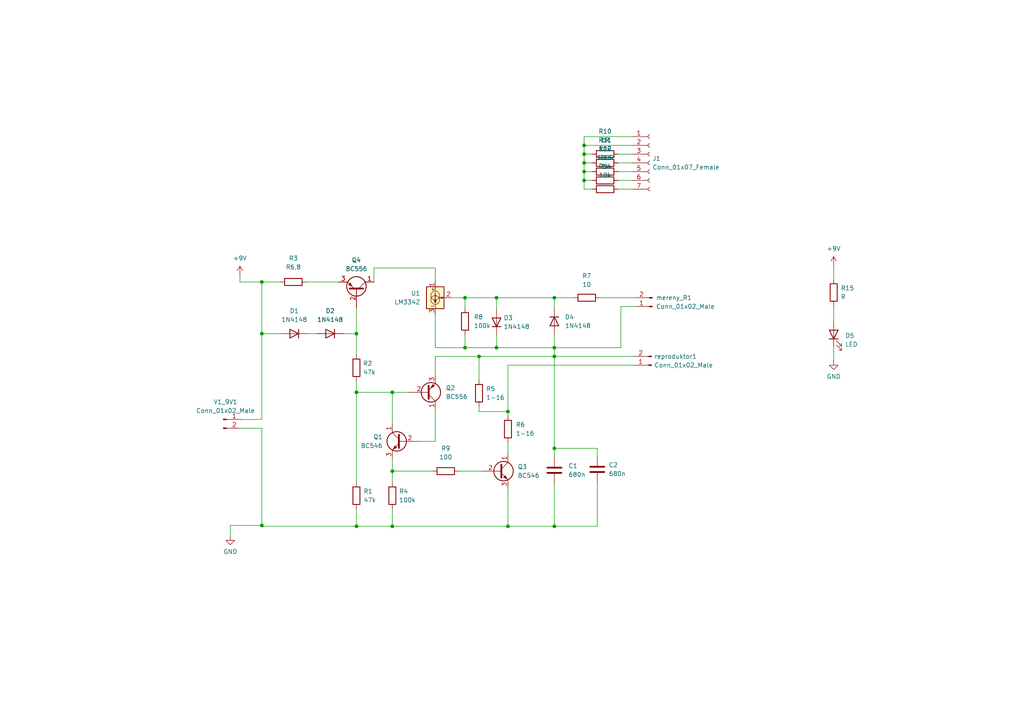
<source format=kicad_sch>
(kicad_sch (version 20211123) (generator eeschema)
  (paper "A4")
  (lib_symbols
    (symbol "Connector:Conn_01x02_Male" (pin_names (offset 1.016) hide)
      (property "Reference" "J" (at 0 2.54 0))
      (property "Value" "Conn_01x02_Male" (at 0 -5.08 0))
      (symbol "Conn_01x02_Male_1_1"
        (polyline (pts (xy 1.27 -2.54) (xy 0.8636 -2.54)) (stroke (width 0.1524)))
        (polyline (pts (xy 1.27 0) (xy 0.8636 0)) (stroke (width 0.1524)))
        (rectangle (start 0.8636 -2.413) (end 0 -2.667) (stroke (width 0.1524)) (fill (type outline)))
        (rectangle (start 0.8636 0.127) (end 0 -0.127) (stroke (width 0.1524)) (fill (type outline)))
        (pin passive line (at 5.08 0 180) (length 3.81) (name "Pin_1") (number "1"))
        (pin passive line (at 5.08 -2.54 180) (length 3.81) (name "Pin_2") (number "2"))
      )
    )
    (symbol "Connector:Conn_01x07_Female" (pin_names (offset 1.016) hide)
      (property "Reference" "J" (at 0 10.16 0))
      (property "Value" "Conn_01x07_Female" (at 0 -10.16 0))
      (symbol "Conn_01x07_Female_1_1"
        (arc (start 0 -7.112) (mid -0.508 -7.62) (end 0 -8.128) (stroke (width 0.1524)))
        (arc (start 0 -4.572) (mid -0.508 -5.08) (end 0 -5.588) (stroke (width 0.1524)))
        (arc (start 0 -2.032) (mid -0.508 -2.54) (end 0 -3.048) (stroke (width 0.1524)))
        (polyline (pts (xy -1.27 -7.62) (xy -0.508 -7.62)) (stroke (width 0.1524)))
        (polyline (pts (xy -1.27 -5.08) (xy -0.508 -5.08)) (stroke (width 0.1524)))
        (polyline (pts (xy -1.27 -2.54) (xy -0.508 -2.54)) (stroke (width 0.1524)))
        (polyline (pts (xy -1.27 0) (xy -0.508 0)) (stroke (width 0.1524)))
        (polyline (pts (xy -1.27 2.54) (xy -0.508 2.54)) (stroke (width 0.1524)))
        (polyline (pts (xy -1.27 5.08) (xy -0.508 5.08)) (stroke (width 0.1524)))
        (polyline (pts (xy -1.27 7.62) (xy -0.508 7.62)) (stroke (width 0.1524)))
        (arc (start 0 0.508) (mid -0.508 0) (end 0 -0.508) (stroke (width 0.1524)))
        (arc (start 0 3.048) (mid -0.508 2.54) (end 0 2.032) (stroke (width 0.1524)))
        (arc (start 0 5.588) (mid -0.508 5.08) (end 0 4.572) (stroke (width 0.1524)))
        (arc (start 0 8.128) (mid -0.508 7.62) (end 0 7.112) (stroke (width 0.1524)))
        (pin passive line (at -5.08 7.62 0) (length 3.81) (name "Pin_1") (number "1"))
        (pin passive line (at -5.08 5.08 0) (length 3.81) (name "Pin_2") (number "2"))
        (pin passive line (at -5.08 2.54 0) (length 3.81) (name "Pin_3") (number "3"))
        (pin passive line (at -5.08 0 0) (length 3.81) (name "Pin_4") (number "4"))
        (pin passive line (at -5.08 -2.54 0) (length 3.81) (name "Pin_5") (number "5"))
        (pin passive line (at -5.08 -5.08 0) (length 3.81) (name "Pin_6") (number "6"))
        (pin passive line (at -5.08 -7.62 0) (length 3.81) (name "Pin_7") (number "7"))
      )
    )
    (symbol "Device:C" (pin_numbers hide) (pin_names (offset 0.254))
      (property "Reference" "C" (at 0.635 2.54 0))
      (property "Value" "C" (at 0.635 -2.54 0))
      (symbol "C_0_1"
        (polyline (pts (xy -2.032 -0.762) (xy 2.032 -0.762)) (stroke (width 0.508)))
        (polyline (pts (xy -2.032 0.762) (xy 2.032 0.762)) (stroke (width 0.508)))
      )
      (symbol "C_1_1"
        (pin passive line (at 0 3.81 270) (length 2.794) (name "~") (number "1"))
        (pin passive line (at 0 -3.81 90) (length 2.794) (name "~") (number "2"))
      )
    )
    (symbol "Device:LED" (pin_numbers hide) (pin_names (offset 1.016) hide)
      (property "Reference" "D" (at 0 2.54 0))
      (property "Value" "LED" (at 0 -2.54 0))
      (symbol "LED_0_1"
        (polyline (pts (xy -1.27 -1.27) (xy -1.27 1.27)) (stroke (width 0.254)))
        (polyline (pts (xy -1.27 0) (xy 1.27 0)))
        (polyline (pts (xy 1.27 -1.27) (xy 1.27 1.27) (xy -1.27 0) (xy 1.27 -1.27)) (stroke (width 0.254)))
        (polyline (pts (xy -3.048 -0.762) (xy -4.572 -2.286) (xy -3.81 -2.286) (xy -4.572 -2.286) (xy -4.572 -1.524)))
        (polyline (pts (xy -1.778 -0.762) (xy -3.302 -2.286) (xy -2.54 -2.286) (xy -3.302 -2.286) (xy -3.302 -1.524)))
      )
      (symbol "LED_1_1"
        (pin passive line (at -3.81 0 0) (length 2.54) (name "K") (number "1"))
        (pin passive line (at 3.81 0 180) (length 2.54) (name "A") (number "2"))
      )
    )
    (symbol "Device:R" (pin_numbers hide) (pin_names (offset 0))
      (property "Reference" "R" (at 2.032 0 90))
      (property "Value" "R" (at 0 0 90))
      (symbol "R_0_1"
        (rectangle (start -1.016 -2.54) (end 1.016 2.54) (stroke (width 0.254)))
      )
      (symbol "R_1_1"
        (pin passive line (at 0 3.81 270) (length 1.27) (name "~") (number "1"))
        (pin passive line (at 0 -3.81 90) (length 1.27) (name "~") (number "2"))
      )
    )
    (symbol "Diode:1N4148" (pin_numbers hide) (pin_names hide)
      (property "Reference" "D" (at 0 2.54 0))
      (property "Value" "1N4148" (at 0 -2.54 0))
      (symbol "1N4148_0_1"
        (polyline (pts (xy -1.27 1.27) (xy -1.27 -1.27)) (stroke (width 0.254)))
        (polyline (pts (xy 1.27 0) (xy -1.27 0)))
        (polyline (pts (xy 1.27 1.27) (xy 1.27 -1.27) (xy -1.27 0) (xy 1.27 1.27)) (stroke (width 0.254)))
      )
      (symbol "1N4148_1_1"
        (pin passive line (at -3.81 0 0) (length 2.54) (name "K") (number "1"))
        (pin passive line (at 3.81 0 180) (length 2.54) (name "A") (number "2"))
      )
    )
    (symbol "Reference_Current:LM334Z"
      (property "Reference" "U" (at 0.635 6.35 0))
      (property "Value" "LM334Z" (at 0.635 4.445 0))
      (symbol "LM334Z_0_1"
        (rectangle (start -2.54 3.175) (end 2.54 -3.175) (stroke (width 0.254)) (fill (type background)))
        (circle (center 0 -0.635) (radius 1.27))
        (polyline (pts (xy -1.143 -2.413) (xy -0.381 -2.413)))
        (polyline (pts (xy -1.016 2.413) (xy -0.254 2.413)))
        (polyline (pts (xy -0.635 2.794) (xy -0.635 2.032)))
        (polyline (pts (xy 0 -1.905) (xy 0 -5.08)))
        (polyline (pts (xy 0 1.397) (xy 0 -1.397)) (stroke (width 0.254)))
        (polyline (pts (xy 0 5.08) (xy 0 1.905)))
        (polyline (pts (xy 2.54 0) (xy 1.27 0)))
        (polyline (pts (xy 0 -1.397) (xy -0.254 -0.889) (xy 0.254 -0.889) (xy 0 -1.397)) (stroke (width 0.254)))
        (polyline (pts (xy 1.27 0) (xy 2.159 0.254) (xy 2.159 -0.254) (xy 1.27 0)))
        (circle (center 0 0.635) (radius 1.27))
      )
      (symbol "LM334Z_1_1"
        (pin passive line (at 0 5.08 270) (length 2.54) (name "~") (number "1"))
        (pin passive line (at 5.08 0 180) (length 2.54) (name "~") (number "2"))
        (pin passive line (at 0 -5.08 90) (length 2.54) (name "~") (number "3"))
      )
    )
    (symbol "Transistor_BJT:BC546" (pin_names (offset 0) hide)
      (property "Reference" "Q" (at 5.08 1.905 0))
      (property "Value" "BC546" (at 5.08 0 0))
      (symbol "BC546_0_1"
        (polyline (pts (xy 0 0) (xy 0.635 0)))
        (polyline (pts (xy 0.635 0.635) (xy 2.54 2.54)))
        (polyline (pts (xy 0.635 -0.635) (xy 2.54 -2.54) (xy 2.54 -2.54)))
        (polyline (pts (xy 0.635 1.905) (xy 0.635 -1.905) (xy 0.635 -1.905)) (stroke (width 0.508)))
        (polyline (pts (xy 1.27 -1.778) (xy 1.778 -1.27) (xy 2.286 -2.286) (xy 1.27 -1.778) (xy 1.27 -1.778)) (fill (type outline)))
        (circle (center 1.27 0) (radius 2.8194) (stroke (width 0.254)))
      )
      (symbol "BC546_1_1"
        (pin passive line (at 2.54 5.08 270) (length 2.54) (name "C") (number "1"))
        (pin input line (at -5.08 0 0) (length 5.08) (name "B") (number "2"))
        (pin passive line (at 2.54 -5.08 90) (length 2.54) (name "E") (number "3"))
      )
    )
    (symbol "Transistor_BJT:BC556" (pin_names (offset 0) hide)
      (property "Reference" "Q" (at 5.08 1.905 0))
      (property "Value" "BC556" (at 5.08 0 0))
      (symbol "BC556_0_1"
        (polyline (pts (xy 0.635 0.635) (xy 2.54 2.54)))
        (polyline (pts (xy 0.635 -0.635) (xy 2.54 -2.54) (xy 2.54 -2.54)))
        (polyline (pts (xy 0.635 1.905) (xy 0.635 -1.905) (xy 0.635 -1.905)) (stroke (width 0.508)))
        (polyline (pts (xy 2.286 -1.778) (xy 1.778 -2.286) (xy 1.27 -1.27) (xy 2.286 -1.778) (xy 2.286 -1.778)) (fill (type outline)))
        (circle (center 1.27 0) (radius 2.8194) (stroke (width 0.254)))
      )
      (symbol "BC556_1_1"
        (pin passive line (at 2.54 5.08 270) (length 2.54) (name "C") (number "1"))
        (pin input line (at -5.08 0 0) (length 5.715) (name "B") (number "2"))
        (pin passive line (at 2.54 -5.08 90) (length 2.54) (name "E") (number "3"))
      )
    )
    (symbol "power:+9V" (power) (pin_names (offset 0))
      (property "Value" "+9V" (at 0 3.556 0))
      (symbol "+9V_0_1"
        (polyline (pts (xy -0.762 1.27) (xy 0 2.54)))
        (polyline (pts (xy 0 0) (xy 0 2.54)))
        (polyline (pts (xy 0 2.54) (xy 0.762 1.27)))
      )
      (symbol "+9V_1_1"
        (pin power_in line (at 0 0 90) (length 0) hide (name "+9V") (number "1"))
      )
    )
    (symbol "power:GND" (power) (pin_names (offset 0))
      (property "Value" "GND" (at 0 -3.81 0))
      (symbol "GND_0_1"
        (polyline (pts (xy 0 0) (xy 0 -1.27) (xy 1.27 -1.27) (xy 0 -2.54) (xy -1.27 -1.27) (xy 0 -1.27)))
      )
      (symbol "GND_1_1"
        (pin power_in line (at 0 0 270) (length 0) hide (name "GND") (number "1"))
      )
    )
  )
  (junction (at 75.946 152.4))
  (junction (at 147.32 152.654))
  (junction (at 169.418 42.164))
  (junction (at 160.782 103.378))
  (junction (at 169.418 47.244))
  (junction (at 113.792 136.652))
  (junction (at 160.782 100.838))
  (junction (at 169.418 44.704))
  (junction (at 113.792 152.654))
  (junction (at 113.792 113.792))
  (junction (at 160.782 152.654))
  (junction (at 169.418 49.784))
  (junction (at 138.938 103.378))
  (junction (at 160.782 86.36))
  (junction (at 144.018 100.838))
  (junction (at 134.874 86.36))
  (junction (at 103.378 152.654))
  (junction (at 75.946 96.774))
  (junction (at 103.378 113.792))
  (junction (at 147.32 119.38))
  (junction (at 103.378 96.774))
  (junction (at 75.946 81.788))
  (junction (at 160.782 130.048))
  (junction (at 169.418 52.324))
  (junction (at 144.018 86.36))
  (junction (at 134.874 100.838))
  (wire (pts (xy 173.228 130.048) (xy 160.782 130.048)))
  (wire (pts (xy 126.238 118.872) (xy 126.238 128.016)))
  (wire (pts (xy 169.418 52.324) (xy 169.418 54.864)))
  (wire (pts (xy 241.808 88.646) (xy 241.808 93.218)))
  (wire (pts (xy 75.946 96.774) (xy 81.534 96.774)))
  (wire (pts (xy 126.238 77.724) (xy 126.238 81.28)))
  (wire (pts (xy 126.238 91.44) (xy 126.238 100.838)))
  (wire (pts (xy 179.324 54.864) (xy 183.388 54.864)))
  (wire (pts (xy 173.228 132.334) (xy 173.228 130.048)))
  (wire (pts (xy 134.874 97.028) (xy 134.874 100.838)))
  (wire (pts (xy 69.596 81.788) (xy 75.946 81.788)))
  (wire (pts (xy 173.228 152.654) (xy 160.782 152.654)))
  (wire (pts (xy 133.096 136.652) (xy 139.7 136.652)))
  (wire (pts (xy 144.018 97.282) (xy 144.018 100.838)))
  (wire (pts (xy 99.568 96.774) (xy 103.378 96.774)))
  (wire (pts (xy 113.792 152.654) (xy 147.32 152.654)))
  (wire (pts (xy 75.946 96.774) (xy 75.946 81.788)))
  (wire (pts (xy 160.782 140.208) (xy 160.782 152.654)))
  (wire (pts (xy 66.802 152.4) (xy 75.946 152.4)))
  (wire (pts (xy 179.324 44.704) (xy 183.388 44.704)))
  (wire (pts (xy 144.018 89.662) (xy 144.018 86.36)))
  (wire (pts (xy 169.418 44.704) (xy 171.704 44.704)))
  (wire (pts (xy 134.874 86.36) (xy 144.018 86.36)))
  (wire (pts (xy 144.018 100.838) (xy 160.782 100.838)))
  (wire (pts (xy 75.946 81.788) (xy 81.28 81.788)))
  (wire (pts (xy 160.782 86.36) (xy 166.37 86.36)))
  (wire (pts (xy 160.782 97.028) (xy 160.782 100.838)))
  (wire (pts (xy 138.938 117.856) (xy 138.938 119.38)))
  (wire (pts (xy 169.418 42.164) (xy 183.388 42.164)))
  (wire (pts (xy 75.946 152.654) (xy 103.378 152.654)))
  (wire (pts (xy 147.32 152.654) (xy 160.782 152.654)))
  (wire (pts (xy 103.378 152.654) (xy 113.792 152.654)))
  (wire (pts (xy 171.704 54.864) (xy 169.418 54.864)))
  (wire (pts (xy 113.792 113.792) (xy 113.792 122.936)))
  (wire (pts (xy 103.378 113.792) (xy 113.792 113.792)))
  (wire (pts (xy 69.85 121.666) (xy 75.946 121.666)))
  (wire (pts (xy 89.154 96.774) (xy 91.948 96.774)))
  (wire (pts (xy 103.378 139.954) (xy 103.378 113.792)))
  (wire (pts (xy 134.874 100.838) (xy 144.018 100.838)))
  (wire (pts (xy 75.946 121.666) (xy 75.946 96.774)))
  (wire (pts (xy 147.32 105.918) (xy 147.32 119.38)))
  (wire (pts (xy 138.938 119.38) (xy 147.32 119.38)))
  (wire (pts (xy 160.782 130.048) (xy 160.782 132.588)))
  (wire (pts (xy 179.324 52.324) (xy 183.388 52.324)))
  (wire (pts (xy 179.324 47.244) (xy 183.388 47.244)))
  (wire (pts (xy 160.782 100.838) (xy 160.782 103.378)))
  (wire (pts (xy 138.938 103.378) (xy 138.938 110.236)))
  (wire (pts (xy 160.782 103.378) (xy 160.782 130.048)))
  (wire (pts (xy 160.782 89.408) (xy 160.782 86.36)))
  (wire (pts (xy 173.99 86.36) (xy 184.15 86.36)))
  (wire (pts (xy 113.792 113.792) (xy 118.618 113.792)))
  (wire (pts (xy 169.418 49.784) (xy 169.418 52.324)))
  (wire (pts (xy 147.32 119.38) (xy 147.32 120.65)))
  (wire (pts (xy 173.228 139.954) (xy 173.228 152.654)))
  (wire (pts (xy 66.802 155.448) (xy 66.802 152.4)))
  (wire (pts (xy 171.704 52.324) (xy 169.418 52.324)))
  (wire (pts (xy 180.086 100.838) (xy 160.782 100.838)))
  (wire (pts (xy 108.458 77.724) (xy 126.238 77.724)))
  (wire (pts (xy 75.946 152.4) (xy 75.946 152.654)))
  (wire (pts (xy 241.808 100.838) (xy 241.808 104.648)))
  (wire (pts (xy 108.458 81.788) (xy 108.458 77.724)))
  (wire (pts (xy 75.946 124.206) (xy 75.946 152.4)))
  (wire (pts (xy 180.086 88.9) (xy 180.086 100.838)))
  (wire (pts (xy 126.238 108.712) (xy 126.238 103.378)))
  (wire (pts (xy 147.32 128.27) (xy 147.32 131.572)))
  (wire (pts (xy 144.018 86.36) (xy 160.782 86.36)))
  (wire (pts (xy 88.9 81.788) (xy 98.298 81.788)))
  (wire (pts (xy 171.704 49.784) (xy 169.418 49.784)))
  (wire (pts (xy 179.324 49.784) (xy 183.388 49.784)))
  (wire (pts (xy 183.896 105.918) (xy 147.32 105.918)))
  (wire (pts (xy 134.874 86.36) (xy 134.874 89.408)))
  (wire (pts (xy 183.388 39.624) (xy 169.418 39.624)))
  (wire (pts (xy 126.238 128.016) (xy 121.412 128.016)))
  (wire (pts (xy 131.318 86.36) (xy 134.874 86.36)))
  (wire (pts (xy 169.418 39.624) (xy 169.418 42.164)))
  (wire (pts (xy 126.238 100.838) (xy 134.874 100.838)))
  (wire (pts (xy 169.418 47.244) (xy 169.418 49.784)))
  (wire (pts (xy 103.378 96.774) (xy 103.378 102.87)))
  (wire (pts (xy 241.808 76.962) (xy 241.808 81.026)))
  (wire (pts (xy 184.15 88.9) (xy 180.086 88.9)))
  (wire (pts (xy 138.938 103.378) (xy 160.782 103.378)))
  (wire (pts (xy 103.378 89.408) (xy 103.378 96.774)))
  (wire (pts (xy 169.418 47.244) (xy 169.418 44.704)))
  (wire (pts (xy 169.418 44.704) (xy 169.418 42.164)))
  (wire (pts (xy 113.792 147.574) (xy 113.792 152.654)))
  (wire (pts (xy 125.476 136.652) (xy 113.792 136.652)))
  (wire (pts (xy 169.418 47.244) (xy 171.704 47.244)))
  (wire (pts (xy 69.596 79.756) (xy 69.596 81.788)))
  (wire (pts (xy 113.792 133.096) (xy 113.792 136.652)))
  (wire (pts (xy 69.85 124.206) (xy 75.946 124.206)))
  (wire (pts (xy 113.792 136.652) (xy 113.792 139.954)))
  (wire (pts (xy 147.32 141.732) (xy 147.32 152.654)))
  (wire (pts (xy 103.378 110.49) (xy 103.378 113.792)))
  (wire (pts (xy 183.896 103.378) (xy 160.782 103.378)))
  (wire (pts (xy 126.238 103.378) (xy 138.938 103.378)))
  (wire (pts (xy 103.378 147.574) (xy 103.378 152.654)))
  (symbol (lib_id "power:GND") (at 66.802 155.448 0) (unit 1)
    (property "Reference" "#PWR0101" (effects hide))
    (property "Value" "GND" (at 66.802 160.02 0))
  )
  (symbol (lib_id "Diode:1N4148") (at 95.758 96.774 180) (unit 1)
    (property "Reference" "D2" (at 95.758 90.17 0))
    (property "Value" "1N4148" (at 95.758 92.71 0))
    (property "Footprint" "A_library:D_DO-35_SOD27_P7.62mm_Horizontal" (effects hide))
    (property "Datasheet" "https://assets.nexperia.com/documents/data-sheet/1N4148_1N4448.pdf" (effects hide))
  )
  (symbol (lib_id "Connector:Conn_01x02_Male") (at 189.23 88.9 180) (unit 1)
    (property "Reference" "mereny_R1" (at 190.246 86.36 0) (effects (justify right)))
    (property "Value" "Conn_01x02_Male" (at 190.246 88.8999 0) (effects (justify right)))
    (property "Footprint" "A_library:PinHeader_1x02_P2.54mm_Vertical" (effects hide))
  )
  (symbol (lib_id "Device:R") (at 134.874 93.218 0) (unit 1)
    (property "Reference" "R8" (at 137.414 91.9479 0) (effects (justify left)))
    (property "Value" "100k" (at 137.414 94.4879 0) (effects (justify left)))
    (property "Footprint" "A_library:R_1206" (effects hide))
  )
  (symbol (lib_id "Device:C") (at 173.228 136.144 0) (unit 1)
    (property "Reference" "C2" (at 176.53 134.8739 0) (effects (justify left)))
    (property "Value" "680n" (at 176.53 137.4139 0) (effects (justify left)))
    (property "Footprint" "A_library:PinHeader_1x02_P2.54mm_Vertical" (effects hide))
  )
  (symbol (lib_id "Device:R") (at 175.514 49.784 90) (unit 1)
    (property "Reference" "R12" (at 175.514 43.18 90))
    (property "Value" "100R" (at 175.514 45.72 90))
    (property "Footprint" "A_library:R_1206" (effects hide))
  )
  (symbol (lib_id "Diode:1N4148") (at 144.018 93.472 90) (unit 1)
    (property "Reference" "D3" (at 146.05 92.2019 90) (effects (justify right)))
    (property "Value" "1N4148" (at 146.05 94.7419 90) (effects (justify right)))
    (property "Footprint" "A_library:D_DO-35_SOD27_P7.62mm_Horizontal" (effects hide))
    (property "Datasheet" "https://assets.nexperia.com/documents/data-sheet/1N4148_1N4448.pdf" (effects hide))
  )
  (symbol (lib_id "Device:R") (at 175.514 54.864 90) (unit 1)
    (property "Reference" "R14" (at 175.514 48.26 90))
    (property "Value" "10k" (at 175.514 50.8 90))
    (property "Footprint" "A_library:R_1206" (effects hide))
  )
  (symbol (lib_id "Device:R") (at 147.32 124.46 0) (unit 1)
    (property "Reference" "R6" (at 149.606 123.1899 0) (effects (justify left)))
    (property "Value" "1-16" (at 149.606 125.7299 0) (effects (justify left)))
    (property "Footprint" "A_library:R_1206" (effects hide))
  )
  (symbol (lib_id "power:+9V") (at 69.596 79.756 0) (unit 1)
    (property "Reference" "#PWR0102" (effects hide))
    (property "Value" "+9V" (at 69.596 74.93 0))
  )
  (symbol (lib_id "Device:R") (at 103.378 106.68 0) (unit 1)
    (property "Reference" "R2" (at 105.2805 105.4099 0) (effects (justify left)))
    (property "Value" "47k" (at 105.2805 107.9499 0) (effects (justify left)))
    (property "Footprint" "A_library:R_1206" (effects hide))
  )
  (symbol (lib_id "Device:R") (at 170.18 86.36 90) (unit 1)
    (property "Reference" "R7" (at 170.18 80.01 90))
    (property "Value" "10" (at 170.18 82.55 90))
    (property "Footprint" "A_library:R_1206" (effects hide))
  )
  (symbol (lib_id "Device:R") (at 175.514 47.244 90) (unit 1)
    (property "Reference" "R11" (at 175.514 40.64 90))
    (property "Value" "10R" (at 175.514 43.18 90))
    (property "Footprint" "A_library:R_1206" (effects hide))
  )
  (symbol (lib_id "Device:R") (at 103.378 143.764 0) (unit 1)
    (property "Reference" "R1" (at 105.41 142.4939 0) (effects (justify left)))
    (property "Value" "47k" (at 105.41 145.0339 0) (effects (justify left)))
    (property "Footprint" "A_library:R_1206" (effects hide))
  )
  (symbol (lib_id "Device:LED") (at 241.808 97.028 90) (unit 1)
    (property "Reference" "D5" (at 245.11 97.3454 90) (effects (justify right)))
    (property "Value" "LED" (at 245.11 99.8854 90) (effects (justify right)))
    (property "Footprint" "A_library:LED_D3.0mm" (effects hide))
  )
  (symbol (lib_id "Device:R") (at 129.286 136.652 90) (unit 1)
    (property "Reference" "R9" (at 129.286 130.048 90))
    (property "Value" "100" (at 129.286 132.588 90))
    (property "Footprint" "A_library:R_1206" (effects hide))
  )
  (symbol (lib_id "Transistor_BJT:BC556") (at 123.698 113.792 0) (mirror x) (unit 1)
    (property "Reference" "Q2" (at 129.286 112.5219 0) (effects (justify left)))
    (property "Value" "BC556" (at 129.286 115.0619 0) (effects (justify left)))
    (property "Footprint" "A_library:TO-92" (effects hide))
    (property "Datasheet" "https://www.onsemi.com/pub/Collateral/BC556BTA-D.pdf" (effects hide))
  )
  (symbol (lib_id "Device:R") (at 138.938 114.046 0) (unit 1)
    (property "Reference" "R5" (at 140.97 112.7759 0) (effects (justify left)))
    (property "Value" "1-16" (at 140.97 115.3159 0) (effects (justify left)))
    (property "Footprint" "A_library:R_1206" (effects hide))
  )
  (symbol (lib_id "Connector:Conn_01x07_Female") (at 188.468 47.244 0) (unit 1)
    (property "Reference" "J1" (at 189.23 45.9739 0) (effects (justify left)))
    (property "Value" "Conn_01x07_Female" (at 189.23 48.5139 0) (effects (justify left)))
    (property "Footprint" "A_library:PinHeader_1x07_P2.54mm_Vertical" (effects hide))
  )
  (symbol (lib_id "Device:R") (at 241.808 84.836 0) (unit 1)
    (property "Reference" "R15" (at 243.84 83.5659 0) (effects (justify left)))
    (property "Value" "R" (at 243.84 86.1059 0) (effects (justify left)))
    (property "Footprint" "A_library:R_1206" (effects hide))
  )
  (symbol (lib_id "Transistor_BJT:BC556") (at 103.378 84.328 270) (mirror x) (unit 1)
    (property "Reference" "Q4" (at 103.378 75.438 90))
    (property "Value" "BC556" (at 103.378 77.978 90))
    (property "Footprint" "A_library:TO-92" (effects hide))
    (property "Datasheet" "https://www.onsemi.com/pub/Collateral/BC556BTA-D.pdf" (effects hide))
  )
  (symbol (lib_id "Device:R") (at 113.792 143.764 0) (unit 1)
    (property "Reference" "R4" (at 115.7033 142.4939 0) (effects (justify left)))
    (property "Value" "100k" (at 115.7033 145.0339 0) (effects (justify left)))
    (property "Footprint" "A_library:R_1206" (effects hide))
  )
  (symbol (lib_id "Diode:1N4148") (at 160.782 93.218 270) (unit 1)
    (property "Reference" "D4" (at 163.83 91.9479 90) (effects (justify left)))
    (property "Value" "1N4148" (at 163.83 94.4879 90) (effects (justify left)))
    (property "Footprint" "A_library:D_DO-35_SOD27_P7.62mm_Horizontal" (effects hide))
    (property "Datasheet" "https://assets.nexperia.com/documents/data-sheet/1N4148_1N4448.pdf" (effects hide))
  )
  (symbol (lib_id "Reference_Current:LM334Z") (at 126.238 86.36 0) (unit 1)
    (property "Reference" "U1" (at 121.92 85.0899 0) (effects (justify right)))
    (property "Value" "LM334Z" (at 121.92 87.6299 0) (effects (justify right)))
    (property "Footprint" "A_library:TO-92" (effects hide))
    (property "Datasheet" "http://www.ti.com/lit/ds/symlink/lm134.pdf" (effects hide))
  )
  (symbol (lib_id "Connector:Conn_01x02_Male") (at 64.77 121.666 0) (unit 1)
    (property "Reference" "V1_9V1" (at 65.405 116.586 0))
    (property "Value" "Conn_01x02_Male" (at 65.405 119.126 0))
    (property "Footprint" "A_library:PinHeader_1x02_P2.54mm_Vertical" (effects hide))
  )
  (symbol (lib_id "power:GND") (at 241.808 104.648 0) (unit 1)
    (property "Reference" "#PWR02" (effects hide))
    (property "Value" "GND" (at 241.808 109.22 0))
  )
  (symbol (lib_id "Device:R") (at 175.514 52.324 90) (unit 1)
    (property "Reference" "R13" (at 175.514 45.72 90))
    (property "Value" "1k" (at 175.514 48.26 90))
    (property "Footprint" "A_library:R_1206" (effects hide))
  )
  (symbol (lib_id "Connector:Conn_01x02_Male") (at 188.976 105.918 180) (unit 1)
    (property "Reference" "reproduktor1" (at 189.738 103.3779 0) (effects (justify right)))
    (property "Value" "Conn_01x02_Male" (at 189.738 105.9179 0) (effects (justify right)))
    (property "Footprint" "A_library:PinHeader_1x02_P2.54mm_Vertical" (effects hide))
  )
  (symbol (lib_id "Device:C") (at 160.782 136.398 0) (unit 1)
    (property "Reference" "C1" (at 164.846 135.1279 0) (effects (justify left)))
    (property "Value" "680n" (at 164.846 137.6679 0) (effects (justify left)))
    (property "Footprint" "A_library:PinHeader_1x02_P2.54mm_Vertical" (effects hide))
  )
  (symbol (lib_id "Device:R") (at 85.09 81.788 90) (unit 1)
    (property "Reference" "R3" (at 85.09 74.93 90))
    (property "Value" "R6,8" (at 85.09 77.47 90))
    (property "Footprint" "A_library:R_1206" (effects hide))
  )
  (symbol (lib_id "Transistor_BJT:BC546") (at 116.332 128.016 0) (mirror y) (unit 1)
    (property "Reference" "Q1" (at 110.998 126.7459 0) (effects (justify left)))
    (property "Value" "BC546" (at 110.998 129.2859 0) (effects (justify left)))
    (property "Footprint" "A_library:TO-92" (effects hide))
    (property "Datasheet" "https://www.onsemi.com/pub/Collateral/BC550-D.pdf" (effects hide))
  )
  (symbol (lib_id "power:+9V") (at 241.808 76.962 0) (unit 1)
    (property "Reference" "#PWR01" (effects hide))
    (property "Value" "+9V" (at 241.808 72.136 0))
  )
  (symbol (lib_id "Diode:1N4148") (at 85.344 96.774 180) (unit 1)
    (property "Reference" "D1" (at 85.344 90.17 0))
    (property "Value" "1N4148" (at 85.344 92.71 0))
    (property "Footprint" "A_library:D_DO-35_SOD27_P7.62mm_Horizontal" (effects hide))
    (property "Datasheet" "https://assets.nexperia.com/documents/data-sheet/1N4148_1N4448.pdf" (effects hide))
  )
  (symbol (lib_id "Device:R") (at 175.514 44.704 90) (unit 1)
    (property "Reference" "R10" (at 175.514 38.1 90))
    (property "Value" "1R" (at 175.514 40.64 90))
    (property "Footprint" "A_library:R_1206" (effects hide))
  )
  (symbol (lib_id "Transistor_BJT:BC546") (at 144.78 136.652 0) (unit 1)
    (property "Reference" "Q3" (at 150.114 135.3819 0) (effects (justify left)))
    (property "Value" "BC546" (at 150.114 137.9219 0) (effects (justify left)))
    (property "Footprint" "A_library:TO-92" (effects hide))
    (property "Datasheet" "https://www.onsemi.com/pub/Collateral/BC550-D.pdf" (effects hide))
  )
)
</source>
